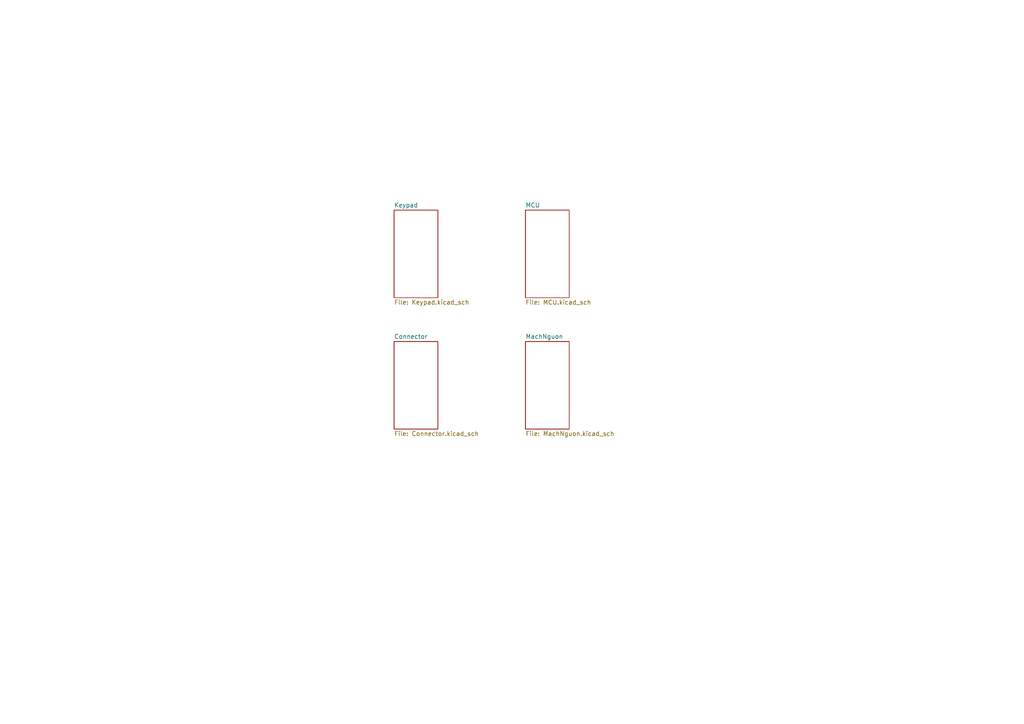
<source format=kicad_sch>
(kicad_sch
	(version 20231120)
	(generator "eeschema")
	(generator_version "8.0")
	(uuid "293eac2f-f0ba-4087-b58c-250c6449c863")
	(paper "A4")
	(lib_symbols)
	(sheet
		(at 152.4 99.06)
		(size 12.7 25.4)
		(fields_autoplaced yes)
		(stroke
			(width 0.1524)
			(type solid)
		)
		(fill
			(color 0 0 0 0.0000)
		)
		(uuid "1c2ad074-d6d9-4a72-b697-9facce4e4b68")
		(property "Sheetname" "MachNguon"
			(at 152.4 98.3484 0)
			(effects
				(font
					(size 1.27 1.27)
				)
				(justify left bottom)
			)
		)
		(property "Sheetfile" "MachNguon.kicad_sch"
			(at 152.4 125.0446 0)
			(effects
				(font
					(size 1.27 1.27)
				)
				(justify left top)
			)
		)
		(instances
			(project "RIFD_Final"
				(path "/293eac2f-f0ba-4087-b58c-250c6449c863"
					(page "3")
				)
			)
		)
	)
	(sheet
		(at 114.3 99.06)
		(size 12.7 25.4)
		(fields_autoplaced yes)
		(stroke
			(width 0.1524)
			(type solid)
		)
		(fill
			(color 0 0 0 0.0000)
		)
		(uuid "6f16fc88-6dac-48ff-8680-263cfd0fc74b")
		(property "Sheetname" "Connector"
			(at 114.3 98.3484 0)
			(effects
				(font
					(size 1.27 1.27)
				)
				(justify left bottom)
			)
		)
		(property "Sheetfile" "Connector.kicad_sch"
			(at 114.3 125.0446 0)
			(effects
				(font
					(size 1.27 1.27)
				)
				(justify left top)
			)
		)
		(instances
			(project "RIFD_Final"
				(path "/293eac2f-f0ba-4087-b58c-250c6449c863"
					(page "4")
				)
			)
		)
	)
	(sheet
		(at 152.4 60.96)
		(size 12.7 25.4)
		(fields_autoplaced yes)
		(stroke
			(width 0.1524)
			(type solid)
		)
		(fill
			(color 0 0 0 0.0000)
		)
		(uuid "72e106ba-0914-404d-a58f-eb3348d5f3a2")
		(property "Sheetname" "MCU"
			(at 152.4 60.2484 0)
			(effects
				(font
					(size 1.27 1.27)
				)
				(justify left bottom)
			)
		)
		(property "Sheetfile" "MCU.kicad_sch"
			(at 152.4 86.9446 0)
			(effects
				(font
					(size 1.27 1.27)
				)
				(justify left top)
			)
		)
		(instances
			(project "RIFD_Final"
				(path "/293eac2f-f0ba-4087-b58c-250c6449c863"
					(page "2")
				)
			)
		)
	)
	(sheet
		(at 114.3 60.96)
		(size 12.7 25.4)
		(fields_autoplaced yes)
		(stroke
			(width 0.1524)
			(type solid)
		)
		(fill
			(color 0 0 0 0.0000)
		)
		(uuid "d335a407-c03f-4570-ba9e-7bfda88db272")
		(property "Sheetname" "Keypad"
			(at 114.3 60.2484 0)
			(effects
				(font
					(size 1.27 1.27)
				)
				(justify left bottom)
			)
		)
		(property "Sheetfile" "Keypad.kicad_sch"
			(at 114.3 86.9446 0)
			(effects
				(font
					(size 1.27 1.27)
				)
				(justify left top)
			)
		)
		(instances
			(project "RIFD_Final"
				(path "/293eac2f-f0ba-4087-b58c-250c6449c863"
					(page "5")
				)
			)
		)
	)
	(sheet_instances
		(path "/"
			(page "1")
		)
	)
)
</source>
